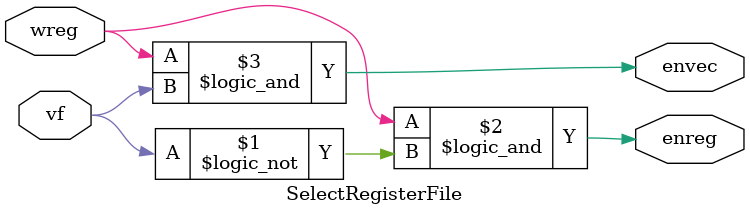
<source format=sv>
module SelectRegisterFile (input logic wreg, vf,
									output logic enreg, envec);
			
	assign enreg = wreg && !vf;
	assign envec = wreg && vf;
			
endmodule 
</source>
